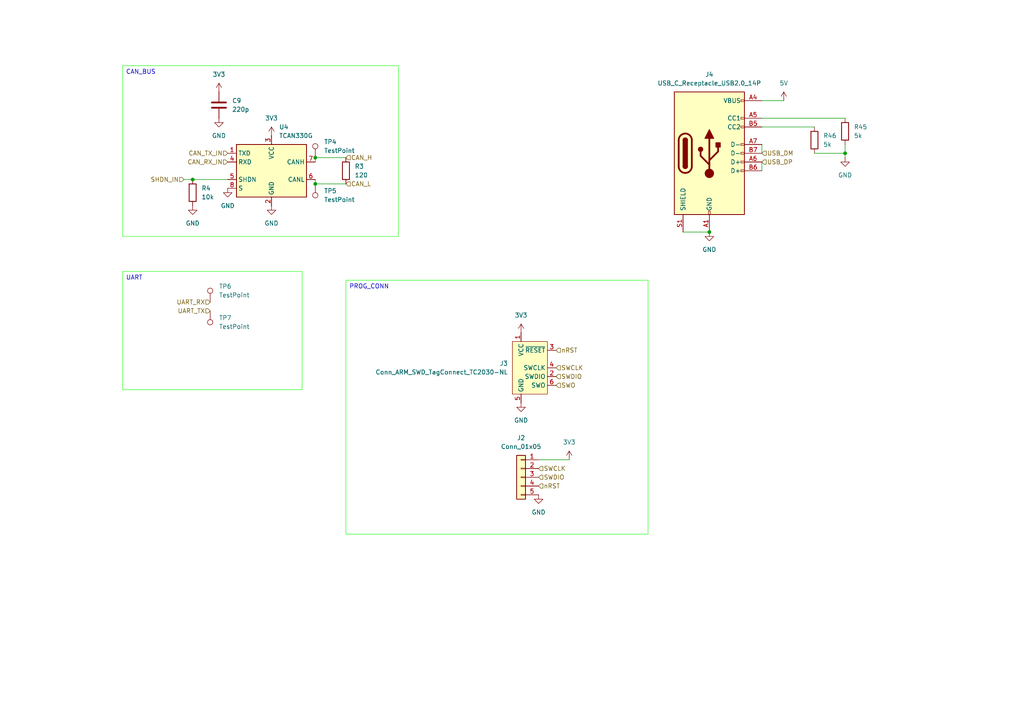
<source format=kicad_sch>
(kicad_sch (version 20231120) (generator "eeschema") (generator_version "8.0")
  (paper "A4")
  (lib_symbols
    (symbol "Connector:Conn_ARM_SWD_TagConnect_TC2030-NL" (in_bom no)
      (property "Reference" "J" (at 2.54 11.43 0))
      (property "Value" "Conn_ARM_SWD_TagConnect_TC2030-NL" (at 2.54 8.89 0))
      (symbol "Conn_ARM_SWD_TagConnect_TC2030-NL_0_0"
        (pin power_in line (at -2.54 10.16 270) (length 2.54) (name "VCC") (number "1"))
        (pin bidirectional line (at 7.62 -2.54 180) (length 2.54) (name "SWDIO") (number "2"))
        (pin open_collector line (at 7.62 5.08 180) (length 2.54) (name "~{RESET}") (number "3"))
        (pin output line (at 7.62 0 180) (length 2.54) (name "SWCLK") (number "4"))
        (pin power_in line (at -2.54 -10.16 90) (length 2.54) (name "GND") (number "5"))
        (pin input line (at 7.62 -5.08 180) (length 2.54) (name "SWO") (number "6"))
      )
      (symbol "Conn_ARM_SWD_TagConnect_TC2030-NL_0_1"
        (rectangle (start -5.08 7.62) (end 5.08 -7.62) (fill (type background)))
      )
    )
    (symbol "Connector:TestPoint" (pin_numbers hide) (pin_names (offset 0.762) hide)
      (property "Reference" "TP" (at 0 6.858 0))
      (property "Value" "TestPoint" (at 0 5.08 0))
      (symbol "TestPoint_0_1"
        (circle (center 0 3.302) (radius 0.762))
      )
      (symbol "TestPoint_1_1"
        (pin passive line (at 0 0 90) (length 2.54) (name "1") (number "1"))
      )
    )
    (symbol "Connector:USB_C_Receptacle_USB2.0_14P" (pin_names (offset 1.016))
      (property "Reference" "J" (at 0 22.225 0))
      (property "Value" "USB_C_Receptacle_USB2.0_14P" (at 0 19.685 0))
      (symbol "USB_C_Receptacle_USB2.0_14P_0_0"
        (rectangle (start -0.254 -17.78) (end 0.254 -16.764))
        (rectangle (start 10.16 -4.826) (end 9.144 -5.334))
        (rectangle (start 10.16 -2.286) (end 9.144 -2.794))
        (rectangle (start 10.16 0.254) (end 9.144 -0.254))
        (rectangle (start 10.16 2.794) (end 9.144 2.286))
        (rectangle (start 10.16 7.874) (end 9.144 7.366))
        (rectangle (start 10.16 10.414) (end 9.144 9.906))
        (rectangle (start 10.16 15.494) (end 9.144 14.986))
      )
      (symbol "USB_C_Receptacle_USB2.0_14P_0_1"
        (rectangle (start -10.16 17.78) (end 10.16 -17.78) (stroke (width 0.254)) (fill (type background)))
        (arc (start -8.89 -3.81) (mid -6.985 -5.7067) (end -5.08 -3.81) (stroke (width 0.508)))
        (arc (start -7.62 -3.81) (mid -6.985 -4.4423) (end -6.35 -3.81) (stroke (width 0.254)))
        (arc (start -7.62 -3.81) (mid -6.985 -4.4423) (end -6.35 -3.81) (stroke (width 0.254)) (fill (type outline)))
        (rectangle (start -7.62 -3.81) (end -6.35 3.81) (stroke (width 0.254)) (fill (type outline)))
        (arc (start -6.35 3.81) (mid -6.985 4.4423) (end -7.62 3.81) (stroke (width 0.254)))
        (arc (start -6.35 3.81) (mid -6.985 4.4423) (end -7.62 3.81) (stroke (width 0.254)) (fill (type outline)))
        (arc (start -5.08 3.81) (mid -6.985 5.7067) (end -8.89 3.81) (stroke (width 0.508)))
        (circle (center -2.54 1.143) (radius 0.635) (stroke (width 0.254)) (fill (type outline)))
        (circle (center 0 -5.842) (radius 1.27) (fill (type outline)))
        (polyline (pts (xy -8.89 -3.81) (xy -8.89 3.81)) (stroke (width 0.508)))
        (polyline (pts (xy -5.08 3.81) (xy -5.08 -3.81)) (stroke (width 0.508)))
        (polyline (pts (xy 0 -5.842) (xy 0 4.318)) (stroke (width 0.508)))
        (polyline (pts (xy 0 -3.302) (xy -2.54 -0.762) (xy -2.54 0.508)) (stroke (width 0.508)))
        (polyline (pts (xy 0 -2.032) (xy 2.54 0.508) (xy 2.54 1.778)) (stroke (width 0.508)))
        (polyline (pts (xy -1.27 4.318) (xy 0 6.858) (xy 1.27 4.318) (xy -1.27 4.318)) (stroke (width 0.254)) (fill (type outline)))
        (rectangle (start 1.905 1.778) (end 3.175 3.048) (stroke (width 0.254)) (fill (type outline)))
      )
      (symbol "USB_C_Receptacle_USB2.0_14P_1_1"
        (pin passive line (at 0 -22.86 90) (length 5.08) (name "GND") (number "A1"))
        (pin passive line (at 0 -22.86 90) (length 5.08) hide (name "GND") (number "A12"))
        (pin passive line (at 15.24 15.24 180) (length 5.08) (name "VBUS") (number "A4"))
        (pin bidirectional line (at 15.24 10.16 180) (length 5.08) (name "CC1") (number "A5"))
        (pin bidirectional line (at 15.24 -2.54 180) (length 5.08) (name "D+") (number "A6"))
        (pin bidirectional line (at 15.24 2.54 180) (length 5.08) (name "D-") (number "A7"))
        (pin passive line (at 15.24 15.24 180) (length 5.08) hide (name "VBUS") (number "A9"))
        (pin passive line (at 0 -22.86 90) (length 5.08) hide (name "GND") (number "B1"))
        (pin passive line (at 0 -22.86 90) (length 5.08) hide (name "GND") (number "B12"))
        (pin passive line (at 15.24 15.24 180) (length 5.08) hide (name "VBUS") (number "B4"))
        (pin bidirectional line (at 15.24 7.62 180) (length 5.08) (name "CC2") (number "B5"))
        (pin bidirectional line (at 15.24 -5.08 180) (length 5.08) (name "D+") (number "B6"))
        (pin bidirectional line (at 15.24 0 180) (length 5.08) (name "D-") (number "B7"))
        (pin passive line (at 15.24 15.24 180) (length 5.08) hide (name "VBUS") (number "B9"))
        (pin passive line (at -7.62 -22.86 90) (length 5.08) (name "SHIELD") (number "S1"))
      )
    )
    (symbol "Connector_Generic:Conn_01x05" (pin_names (offset 1.016) hide)
      (property "Reference" "J" (at 0 7.62 0))
      (property "Value" "Conn_01x05" (at 0 -7.62 0))
      (symbol "Conn_01x05_1_1"
        (rectangle (start -1.27 -4.953) (end 0 -5.207) (stroke (width 0.1524)))
        (rectangle (start -1.27 -2.413) (end 0 -2.667) (stroke (width 0.1524)))
        (rectangle (start -1.27 0.127) (end 0 -0.127) (stroke (width 0.1524)))
        (rectangle (start -1.27 2.667) (end 0 2.413) (stroke (width 0.1524)))
        (rectangle (start -1.27 5.207) (end 0 4.953) (stroke (width 0.1524)))
        (rectangle (start -1.27 6.35) (end 1.27 -6.35) (stroke (width 0.254)) (fill (type background)))
        (pin passive line (at -5.08 5.08 0) (length 3.81) (name "Pin_1") (number "1"))
        (pin passive line (at -5.08 2.54 0) (length 3.81) (name "Pin_2") (number "2"))
        (pin passive line (at -5.08 0 0) (length 3.81) (name "Pin_3") (number "3"))
        (pin passive line (at -5.08 -2.54 0) (length 3.81) (name "Pin_4") (number "4"))
        (pin passive line (at -5.08 -5.08 0) (length 3.81) (name "Pin_5") (number "5"))
      )
    )
    (symbol "Device:C" (pin_numbers hide) (pin_names (offset 0.254))
      (property "Reference" "C" (at 0.635 2.54 0))
      (property "Value" "C" (at 0.635 -2.54 0))
      (symbol "C_0_1"
        (polyline (pts (xy -2.032 -0.762) (xy 2.032 -0.762)) (stroke (width 0.508)))
        (polyline (pts (xy -2.032 0.762) (xy 2.032 0.762)) (stroke (width 0.508)))
      )
      (symbol "C_1_1"
        (pin passive line (at 0 3.81 270) (length 2.794) (name "~") (number "1"))
        (pin passive line (at 0 -3.81 90) (length 2.794) (name "~") (number "2"))
      )
    )
    (symbol "Device:R" (pin_numbers hide) (pin_names (offset 0))
      (property "Reference" "R" (at 2.032 0 90))
      (property "Value" "R" (at 0 0 90))
      (symbol "R_0_1"
        (rectangle (start -1.016 -2.54) (end 1.016 2.54) (stroke (width 0.254)))
      )
      (symbol "R_1_1"
        (pin passive line (at 0 3.81 270) (length 1.27) (name "~") (number "1"))
        (pin passive line (at 0 -3.81 90) (length 1.27) (name "~") (number "2"))
      )
    )
    (symbol "Interface_CAN_LIN:TCAN330G"
      (property "Reference" "U" (at -10.16 8.89 0))
      (property "Value" "TCAN330G" (at 2.54 8.89 0))
      (symbol "TCAN330G_0_1"
        (rectangle (start -10.16 7.62) (end 10.16 -7.62) (stroke (width 0.254)) (fill (type background)))
      )
      (symbol "TCAN330G_1_1"
        (pin input line (at -12.7 5.08 0) (length 2.54) (name "TXD") (number "1"))
        (pin power_in line (at 0 -10.16 90) (length 2.54) (name "GND") (number "2"))
        (pin power_in line (at 0 10.16 270) (length 2.54) (name "VCC") (number "3"))
        (pin tri_state line (at -12.7 2.54 0) (length 2.54) (name "RXD") (number "4"))
        (pin input line (at -12.7 -2.54 0) (length 2.54) (name "SHDN") (number "5"))
        (pin bidirectional line (at 12.7 -2.54 180) (length 2.54) (name "CANL") (number "6"))
        (pin bidirectional line (at 12.7 2.54 180) (length 2.54) (name "CANH") (number "7"))
        (pin input line (at -12.7 -5.08 0) (length 2.54) (name "S") (number "8"))
      )
    )
    (symbol "power:GND" (power) (pin_numbers hide) (pin_names (offset 0) hide)
      (property "Value" "GND" (at 0 -3.81 0))
      (symbol "GND_0_1"
        (polyline (pts (xy 0 0) (xy 0 -1.27) (xy 1.27 -1.27) (xy 0 -2.54) (xy -1.27 -1.27) (xy 0 -1.27)))
      )
      (symbol "GND_1_1"
        (pin power_in line (at 0 0 270) (length 0) (name "~") (number "1"))
      )
    )
    (symbol "power:VCC" (power) (pin_numbers hide) (pin_names (offset 0) hide)
      (property "Value" "VCC" (at 0 3.556 0))
      (symbol "VCC_0_1"
        (polyline (pts (xy -0.762 1.27) (xy 0 2.54)))
        (polyline (pts (xy 0 0) (xy 0 2.54)))
        (polyline (pts (xy 0 2.54) (xy 0.762 1.27)))
      )
      (symbol "VCC_1_1"
        (pin power_in line (at 0 0 90) (length 0) (name "~") (number "1"))
      )
    )
  )
  (junction (at 205.74 67.31))
  (junction (at 55.88 52.07))
  (junction (at 245.11 44.45))
  (junction (at 91.44 53.34))
  (junction (at 91.44 45.72))
  (wire (pts (xy 245.11 45.72) (xy 245.11 44.45)))
  (wire (pts (xy 236.22 44.45) (xy 245.11 44.45)))
  (wire (pts (xy 53.34 52.07) (xy 55.88 52.07)))
  (wire (pts (xy 245.11 44.45) (xy 245.11 41.91)))
  (wire (pts (xy 220.98 34.29) (xy 245.11 34.29)))
  (wire (pts (xy 220.98 41.91) (xy 220.98 44.45)))
  (wire (pts (xy 165.1 133.35) (xy 156.21 133.35)))
  (wire (pts (xy 55.88 52.07) (xy 66.04 52.07)))
  (wire (pts (xy 198.12 67.31) (xy 205.74 67.31)))
  (wire (pts (xy 91.44 45.72) (xy 100.33 45.72)))
  (wire (pts (xy 100.33 53.34) (xy 91.44 53.34)))
  (wire (pts (xy 91.44 46.99) (xy 91.44 45.72)))
  (wire (pts (xy 220.98 36.83) (xy 236.22 36.83)))
  (wire (pts (xy 227.33 29.21) (xy 220.98 29.21)))
  (wire (pts (xy 91.44 53.34) (xy 91.44 52.07)))
  (wire (pts (xy 220.98 46.99) (xy 220.98 49.53)))
  (text_box "UART\n" (at 35.56 78.74 0) (size 52.07 34.29) (stroke (width 0) (color 40 255 30 1)) (effects (font (size 1.27 1.27)) (justify left top)))
  (text_box "CAN_BUS\n" (at 35.56 19.05 0) (size 80.01 49.53) (stroke (width 0) (color 40 255 30 1)) (effects (font (size 1.27 1.27)) (justify left top)))
  (text_box "PROG_CONN\n" (at 100.33 81.28 0) (size 87.63 73.66) (stroke (width 0) (color 40 255 30 1)) (effects (font (size 1.27 1.27)) (justify left top)))
  (hierarchical_label "nRST" (shape input) (at 161.29 101.6 0))
  (hierarchical_label "SWO" (shape input) (at 161.29 111.76 0))
  (hierarchical_label "SHDN_IN" (shape input) (at 53.34 52.07 180))
  (hierarchical_label "CAN_TX_IN" (shape input) (at 66.04 44.45 180))
  (hierarchical_label "UART_TX" (shape input) (at 60.96 90.17 180))
  (hierarchical_label "SWDIO" (shape input) (at 161.29 109.22 0))
  (hierarchical_label "USB_DP" (shape input) (at 220.98 46.99 0))
  (hierarchical_label "nRST" (shape input) (at 156.21 140.97 0))
  (hierarchical_label "UART_RX" (shape input) (at 60.96 87.63 180))
  (hierarchical_label "SWCLK" (shape input) (at 161.29 106.68 0))
  (hierarchical_label "USB_DM" (shape input) (at 220.98 44.45 0))
  (hierarchical_label "CAN_RX_IN" (shape input) (at 66.04 46.99 180))
  (hierarchical_label "SWDIO" (shape input) (at 156.21 138.43 0))
  (hierarchical_label "CAN_L" (shape input) (at 100.33 53.34 0))
  (hierarchical_label "SWCLK" (shape input) (at 156.21 135.89 0))
  (hierarchical_label "CAN_H" (shape input) (at 100.33 45.72 0))
  (symbol (lib_id "power:GND") (at 245.11 45.72 0) (unit 1)
    (property "Reference" "#PWR074" (effects (hide yes)))
    (property "Value" "GND" (at 245.11 50.8 0))
    (property "Description" "Power symbol creates a global label with name \"GND\" , ground" (effects (hide yes)))
  )
  (symbol (lib_id "power:VCC") (at 78.74 39.37 0) (unit 1)
    (property "Reference" "#PWR018" (effects (hide yes)))
    (property "Value" "3V3" (at 78.74 34.29 0))
    (property "Description" "Power symbol creates a global label with name \"VCC\"" (effects (hide yes)))
  )
  (symbol (lib_id "Connector:USB_C_Receptacle_USB2.0_14P") (at 205.74 44.45 0) (unit 1)
    (property "Reference" "J4" (at 205.74 21.59 0))
    (property "Value" "USB_C_Receptacle_USB2.0_14P" (at 205.74 24.13 0))
    (property "Datasheet" "https://www.usb.org/sites/default/files/documents/usb_type-c.zip" (effects (hide yes)))
    (property "Description" "USB 2.0-only 14P Type-C Receptacle connector" (effects (hide yes)))
  )
  (symbol (lib_id "Device:R") (at 55.88 55.88 0) (unit 1)
    (property "Reference" "R4" (at 58.42 54.6099 0) (effects (justify left)))
    (property "Value" "10k" (at 58.42 57.1499 0) (effects (justify left)))
    (property "Footprint" "Resistor_SMD:R_0603_1608Metric" (effects (hide yes)))
    (property "Description" "Resistor" (effects (hide yes)))
  )
  (symbol (lib_id "power:VCC") (at 227.33 29.21 0) (unit 1)
    (property "Reference" "#PWR073" (effects (hide yes)))
    (property "Value" "5V" (at 227.33 24.13 0))
    (property "Description" "Power symbol creates a global label with name \"VCC\"" (effects (hide yes)))
  )
  (symbol (lib_id "Device:R") (at 236.22 40.64 0) (unit 1)
    (property "Reference" "R46" (at 238.76 39.3699 0) (effects (justify left)))
    (property "Value" "5k" (at 238.76 41.9099 0) (effects (justify left)))
    (property "Footprint" "Resistor_SMD:R_0603_1608Metric" (effects (hide yes)))
    (property "Description" "Resistor" (effects (hide yes)))
  )
  (symbol (lib_id "power:GND") (at 151.13 116.84 0) (unit 1)
    (property "Reference" "#PWR068" (effects (hide yes)))
    (property "Value" "GND" (at 151.13 121.92 0))
    (property "Description" "Power symbol creates a global label with name \"GND\" , ground" (effects (hide yes)))
  )
  (symbol (lib_id "Connector:Conn_ARM_SWD_TagConnect_TC2030-NL") (at 153.67 106.68 0) (unit 1) (in_bom no)
    (property "Reference" "J3" (at 147.32 105.4099 0) (effects (justify right)))
    (property "Value" "Conn_ARM_SWD_TagConnect_TC2030-NL" (at 147.32 107.9499 0) (effects (justify right)))
    (property "Footprint" "Connector:Tag-Connect_TC2030-IDC-NL_2x03_P1.27mm_Vertical" (effects (hide yes)))
    (property "Datasheet" "https://www.tag-connect.com/wp-content/uploads/bsk-pdf-manager/TC2030-CTX_1.pdf" (effects (hide yes)))
    (property "Description" "Tag-Connect ARM Cortex SWD JTAG connector, 6 pin, no legs" (effects (hide yes)))
  )
  (symbol (lib_id "power:GND") (at 205.74 67.31 0) (unit 1)
    (property "Reference" "#PWR071" (effects (hide yes)))
    (property "Value" "GND" (at 205.74 72.39 0))
    (property "Description" "Power symbol creates a global label with name \"GND\" , ground" (effects (hide yes)))
  )
  (symbol (lib_id "Device:C") (at 63.5 30.48 0) (unit 1)
    (property "Reference" "C9" (at 67.31 29.2099 0) (effects (justify left)))
    (property "Value" "220p" (at 67.31 31.7499 0) (effects (justify left)))
    (property "Footprint" "Capacitor_SMD:C_0603_1608Metric_Pad1.08x0.95mm_HandSolder" (effects (hide yes)))
    (property "Description" "Unpolarized capacitor" (effects (hide yes)))
  )
  (symbol (lib_id "power:GND") (at 78.74 59.69 0) (unit 1)
    (property "Reference" "#PWR019" (effects (hide yes)))
    (property "Value" "GND" (at 78.74 64.77 0))
    (property "Description" "Power symbol creates a global label with name \"GND\" , ground" (effects (hide yes)))
  )
  (symbol (lib_id "power:VCC") (at 165.1 133.35 0) (mirror y) (unit 1)
    (property "Reference" "#PWR066" (effects (hide yes)))
    (property "Value" "3V3" (at 165.1 128.27 0))
    (property "Description" "Power symbol creates a global label with name \"VCC\"" (effects (hide yes)))
  )
  (symbol (lib_id "Interface_CAN_LIN:TCAN330G") (at 78.74 49.53 0) (unit 1)
    (property "Reference" "U4" (at 80.9341 36.83 0) (effects (justify left)))
    (property "Value" "TCAN330G" (at 80.9341 39.37 0) (effects (justify left)))
    (property "Footprint" "Package_SO:SOIC-8_3.9x4.9mm_P1.27mm" (effects (hide yes)))
    (property "Datasheet" "http://www.ti.com/lit/ds/symlink/tcan337.pdf" (effects (hide yes)))
    (property "Description" "High-Speed CAN Transceiver with CAN FD, 5Mbps, 3.3V supply, silent mode, shutdown mode, SOT-23-8/SOIC-8" (effects (hide yes)))
  )
  (symbol (lib_id "power:GND") (at 55.88 59.69 0) (unit 1)
    (property "Reference" "#PWR023" (effects (hide yes)))
    (property "Value" "GND" (at 55.88 64.77 0))
    (property "Description" "Power symbol creates a global label with name \"GND\" , ground" (effects (hide yes)))
  )
  (symbol (lib_id "Connector:TestPoint") (at 91.44 53.34 180) (unit 1)
    (property "Reference" "TP5" (at 93.98 55.3719 0) (effects (justify right)))
    (property "Value" "TestPoint" (at 93.98 57.9119 0) (effects (justify right)))
    (property "Footprint" "TestPoint:TestPoint_Pad_2.0x2.0mm" (effects (hide yes)))
    (property "Description" "test point" (effects (hide yes)))
  )
  (symbol (lib_id "power:GND") (at 63.5 34.29 0) (unit 1)
    (property "Reference" "#PWR021" (effects (hide yes)))
    (property "Value" "GND" (at 63.5 39.37 0))
    (property "Description" "Power symbol creates a global label with name \"GND\" , ground" (effects (hide yes)))
  )
  (symbol (lib_id "Connector:TestPoint") (at 91.44 45.72 0) (unit 1)
    (property "Reference" "TP4" (at 93.98 41.1479 0) (effects (justify left)))
    (property "Value" "TestPoint" (at 93.98 43.6879 0) (effects (justify left)))
    (property "Footprint" "TestPoint:TestPoint_Pad_2.0x2.0mm" (effects (hide yes)))
    (property "Description" "test point" (effects (hide yes)))
  )
  (symbol (lib_id "Connector_Generic:Conn_01x05") (at 151.13 138.43 0) (mirror y) (unit 1)
    (property "Reference" "J2" (at 151.13 127 0))
    (property "Value" "Conn_01x05" (at 151.13 129.54 0))
    (property "Description" "Generic connector, single row, 01x05, script generated (kicad-library-utils/schlib/autogen/connector/)" (effects (hide yes)))
  )
  (symbol (lib_id "power:GND") (at 66.04 54.61 0) (unit 1)
    (property "Reference" "#PWR022" (effects (hide yes)))
    (property "Value" "GND" (at 66.04 59.69 0))
    (property "Description" "Power symbol creates a global label with name \"GND\" , ground" (effects (hide yes)))
  )
  (symbol (lib_id "power:GND") (at 156.21 143.51 0) (mirror y) (unit 1)
    (property "Reference" "#PWR065" (effects (hide yes)))
    (property "Value" "GND" (at 156.21 148.59 0))
    (property "Description" "Power symbol creates a global label with name \"GND\" , ground" (effects (hide yes)))
  )
  (symbol (lib_id "Connector:TestPoint") (at 60.96 87.63 0) (unit 1)
    (property "Reference" "TP6" (at 63.5 83.0579 0) (effects (justify left)))
    (property "Value" "TestPoint" (at 63.5 85.5979 0) (effects (justify left)))
    (property "Footprint" "TestPoint:TestPoint_Pad_2.0x2.0mm" (effects (hide yes)))
    (property "Description" "test point" (effects (hide yes)))
  )
  (symbol (lib_id "Device:R") (at 100.33 49.53 0) (unit 1)
    (property "Reference" "R3" (at 102.87 48.2599 0) (effects (justify left)))
    (property "Value" "120" (at 102.87 50.7999 0) (effects (justify left)))
    (property "Footprint" "Resistor_SMD:R_0603_1608Metric" (effects (hide yes)))
    (property "Description" "Resistor" (effects (hide yes)))
  )
  (symbol (lib_id "power:VCC") (at 151.13 96.52 0) (unit 1)
    (property "Reference" "#PWR067" (effects (hide yes)))
    (property "Value" "3V3" (at 151.13 91.44 0))
    (property "Description" "Power symbol creates a global label with name \"VCC\"" (effects (hide yes)))
  )
  (symbol (lib_id "power:VCC") (at 63.5 26.67 0) (unit 1)
    (property "Reference" "#PWR020" (effects (hide yes)))
    (property "Value" "3V3" (at 63.5 21.59 0))
    (property "Description" "Power symbol creates a global label with name \"VCC\"" (effects (hide yes)))
  )
  (symbol (lib_id "Device:R") (at 245.11 38.1 0) (unit 1)
    (property "Reference" "R45" (at 247.65 36.8299 0) (effects (justify left)))
    (property "Value" "5k" (at 247.65 39.3699 0) (effects (justify left)))
    (property "Footprint" "Resistor_SMD:R_0603_1608Metric" (effects (hide yes)))
    (property "Description" "Resistor" (effects (hide yes)))
  )
  (symbol (lib_id "Connector:TestPoint") (at 60.96 90.17 180) (unit 1)
    (property "Reference" "TP7" (at 63.5 92.2019 0) (effects (justify right)))
    (property "Value" "TestPoint" (at 63.5 94.7419 0) (effects (justify right)))
    (property "Footprint" "TestPoint:TestPoint_Pad_2.0x2.0mm" (effects (hide yes)))
    (property "Description" "test point" (effects (hide yes)))
  )
)
</source>
